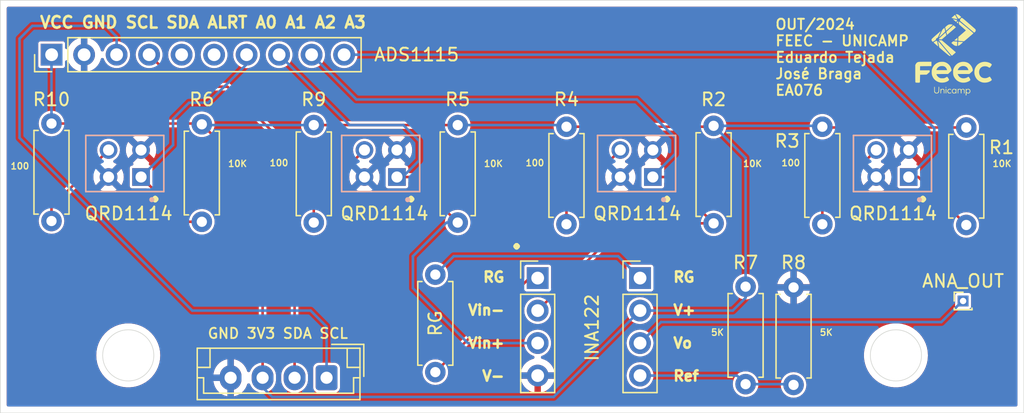
<source format=kicad_pcb>
(kicad_pcb (version 20240108) (generator "pcbnew") (generator_version "8.0")
  (layers (0 "F.Cu" signal) (31 "B.Cu" signal) (34 "B.Paste" user) (35 "F.Paste" user) (36 "B.SilkS" user "B.Silkscreen") (37 "F.SilkS" user "F.Silkscreen") (38 "B.Mask" user) (39 "F.Mask" user) (44 "Edge.Cuts" user))
  (net 0 "")
  (net 1 "+3V3")
  (net 2 "GND")
  (net 3 "/SDA")
  (net 4 "/SCL")
  (net 5 "/ANA_OUT")
  (net 6 "Net-(R4-Pad1)")
  (net 7 "Net-(R10-Pad1)")
  (net 8 "/A2")
  (net 9 "/A0")
  (net 10 "/ADDR")
  (net 11 "/ALRT")
  (net 12 "/A1")
  (net 13 "/A3")
  (net 14 "Net-(R3-Pad1)")
  (net 15 "Net-(R9-Pad1)")
  (net 16 "Net-(INA122_D1-Pin_1)")
  (net 17 "Net-(INA122_D1-Pin_4)")
  (net 18 "Net-(INA122_E1-Pin_1)")
  (footprint "Resistor_THT:R_Axial_DIN0207_L6.3mm_D2.5mm_P7.62mm_Horizontal" (layer "F.Cu") (at 160.75 55.5 -90)
    (property "Reference" "R5" (at -2 0 180) (layer "F.SilkS"))
    (property "Value" "10k" (hide yes))
    (pad "1" thru_hole circle (at 0 0 270) (size 1.6 1.6) (drill 0.8) (layers "*.Cu" "*.Mask") (net 1 "+3V3"))
    (pad "2" thru_hole oval (at 7.62 0 270) (size 1.6 1.6) (drill 0.8) (layers "*.Cu" "*.Mask") (net 12 "/A1"))
  )
  (footprint "Connector_PinHeader_1.00mm:PinHeader_1x01_P1.00mm_Vertical" (layer "F.Cu") (at 200.25 69.25)
    (property "Reference" "ANA_OUT" (at 0 -1.56 0) (layer "F.SilkS"))
    (property "Value" "~" (hide yes))
    (pad "1" thru_hole rect (at 0 0) (size 0.85 0.85) (drill 0.5) (layers "*.Cu" "*.Mask") (net 5 "/ANA_OUT"))
  )
  (footprint "Resistor_THT:R_Axial_DIN0207_L6.3mm_D2.5mm_P7.62mm_Horizontal" (layer "F.Cu") (at 140.75 55.44 -90)
    (property "Reference" "R6" (at -1.94 0 180) (layer "F.SilkS"))
    (property "Value" "10k" (hide yes))
    (pad "1" thru_hole circle (at 0 0 270) (size 1.6 1.6) (drill 0.8) (layers "*.Cu" "*.Mask") (net 1 "+3V3"))
    (pad "2" thru_hole oval (at 7.62 0 270) (size 1.6 1.6) (drill 0.8) (layers "*.Cu" "*.Mask") (net 9 "/A0"))
  )
  (footprint "Connector_PinHeader_2.54mm:PinHeader_1x04_P2.54mm_Vertical" (layer "F.Cu") (at 175 67.46)
    (property "Reference" "INA122" (at -3.75 3.87 90) (layer "F.SilkS"))
    (property "Value" "INA122_D" (hide yes))
    (pad "1" thru_hole rect (at 0 0) (size 1.7 1.7) (drill 1) (layers "*.Cu" "*.Mask") (net 16 "Net-(INA122_D1-Pin_1)"))
    (pad "2" thru_hole oval (at 0 2.54) (size 1.7 1.7) (drill 1) (layers "*.Cu" "*.Mask") (net 1 "+3V3"))
    (pad "3" thru_hole oval (at 0 5.08) (size 1.7 1.7) (drill 1) (layers "*.Cu" "*.Mask") (net 5 "/ANA_OUT"))
    (pad "4" thru_hole oval (at 0 7.62) (size 1.7 1.7) (drill 1) (layers "*.Cu" "*.Mask") (net 17 "Net-(INA122_D1-Pin_4)"))
  )
  (footprint "Resistor_THT:R_Axial_DIN0207_L6.3mm_D2.5mm_P7.62mm_Horizontal" (layer "F.Cu") (at 159 74.81 90)
    (property "Reference" "RG" (at 3.81 0 270) (layer "F.SilkS"))
    (property "Value" "R" (hide yes))
    (pad "1" thru_hole circle (at 0 0 90) (size 1.6 1.6) (drill 0.8) (layers "*.Cu" "*.Mask") (net 18 "Net-(INA122_E1-Pin_1)"))
    (pad "2" thru_hole oval (at 7.62 0 90) (size 1.6 1.6) (drill 0.8) (layers "*.Cu" "*.Mask") (net 16 "Net-(INA122_D1-Pin_1)"))
  )
  (footprint "Resistor_THT:R_Axial_DIN0207_L6.3mm_D2.5mm_P7.62mm_Horizontal" (layer "F.Cu") (at 180.75 55.56 -90)
    (property "Reference" "R2" (at -2.06 0 180) (layer "F.SilkS"))
    (property "Value" "10k" (hide yes))
    (pad "1" thru_hole circle (at 0 0 270) (size 1.6 1.6) (drill 0.8) (layers "*.Cu" "*.Mask") (net 1 "+3V3"))
    (pad "2" thru_hole oval (at 7.62 0 270) (size 1.6 1.6) (drill 0.8) (layers "*.Cu" "*.Mask") (net 8 "/A2"))
  )
  (footprint "Resistor_THT:R_Axial_DIN0207_L6.3mm_D2.5mm_P7.62mm_Horizontal" (layer "F.Cu") (at 183.25 68.13 -90)
    (property "Reference" "R7" (at -1.88 0 0) (layer "F.SilkS"))
    (property "Value" "5K" (hide yes))
    (pad "1" thru_hole circle (at 0 0 270) (size 1.6 1.6) (drill 0.8) (layers "*.Cu" "*.Mask") (net 1 "+3V3"))
    (pad "2" thru_hole oval (at 7.62 0 270) (size 1.6 1.6) (drill 0.8) (layers "*.Cu" "*.Mask") (net 17 "Net-(INA122_D1-Pin_4)"))
  )
  (footprint "Resistor_THT:R_Axial_DIN0207_L6.3mm_D2.5mm_P7.62mm_Horizontal" (layer "F.Cu") (at 187 75.81 90)
    (property "Reference" "R8" (at 9.56 0 0) (layer "F.SilkS"))
    (property "Value" "5K" (hide yes))
    (pad "1" thru_hole circle (at 0 0 90) (size 1.6 1.6) (drill 0.8) (layers "*.Cu" "*.Mask") (net 17 "Net-(INA122_D1-Pin_4)"))
    (pad "2" thru_hole oval (at 7.62 0 90) (size 1.6 1.6) (drill 0.8) (layers "*.Cu" "*.Mask") (net 2 "GND"))
  )
  (footprint "Connector_JST:JST_EH_B4B-EH-A_1x04_P2.50mm_Vertical" (layer "F.Cu") (at 150.5 75.25 180)
    (property "Reference" "CONEXÃO-I2C1" (hide yes))
    (property "Value" "CONEXÃO I2C" (hide yes))
    (pad "1" thru_hole roundrect (at 0 0 180) (size 1.7 1.95) (drill 0.95) (layers "*.Cu" "*.Mask") (roundrect_rratio 0.147059) (net 4 "/SCL"))
    (pad "2" thru_hole oval (at 2.5 0 180) (size 1.7 1.95) (drill 0.95) (layers "*.Cu" "*.Mask") (net 3 "/SDA"))
    (pad "3" thru_hole oval (at 5 0 180) (size 1.7 1.95) (drill 0.95) (layers "*.Cu" "*.Mask") (net 1 "+3V3"))
    (pad "4" thru_hole oval (at 7.5 0 180) (size 1.7 1.95) (drill 0.95) (layers "*.Cu" "*.Mask") (net 2 "GND"))
  )
  (footprint "Resistor_THT:R_Axial_DIN0207_L6.3mm_D2.5mm_P7.62mm_Horizontal" (layer "F.Cu") (at 200.5 55.69 -90)
    (property "Reference" "R1" (at 1.56 -2.75 180) (layer "F.SilkS"))
    (property "Value" "10k" (hide yes))
    (pad "1" thru_hole circle (at 0 0 270) (size 1.6 1.6) (drill 0.8) (layers "*.Cu" "*.Mask") (net 1 "+3V3"))
    (pad "2" thru_hole oval (at 7.62 0 270) (size 1.6 1.6) (drill 0.8) (layers "*.Cu" "*.Mask") (net 13 "/A3"))
  )
  (footprint "Resistor_THT:R_Axial_DIN0207_L6.3mm_D2.5mm_P7.62mm_Horizontal" (layer "F.Cu") (at 129 63 90)
    (property "Reference" "R10" (at 9.5 0 0) (layer "F.SilkS"))
    (property "Value" "100" (hide yes))
    (pad "1" thru_hole circle (at 0 0 90) (size 1.6 1.6) (drill 0.8) (layers "*.Cu" "*.Mask") (net 7 "Net-(R10-Pad1)"))
    (pad "2" thru_hole oval (at 7.62 0 90) (size 1.6 1.6) (drill 0.8) (layers "*.Cu" "*.Mask") (net 1 "+3V3"))
  )
  (footprint "Resistor_THT:R_Axial_DIN0207_L6.3mm_D2.5mm_P7.62mm_Horizontal" (layer "F.Cu") (at 169.25 63.25 90)
    (property "Reference" "R4" (at 9.75 0 0) (layer "F.SilkS"))
    (property "Value" "100" (hide yes))
    (pad "1" thru_hole circle (at 0 0 90) (size 1.6 1.6) (drill 0.8) (layers "*.Cu" "*.Mask") (net 6 "Net-(R4-Pad1)"))
    (pad "2" thru_hole oval (at 7.62 0 90) (size 1.6 1.6) (drill 0.8) (layers "*.Cu" "*.Mask") (net 1 "+3V3"))
  )
  (footprint "logo_feec:logo_novo_feec" (layer "F.Cu") (at 199.5 50)
    (property "Reference" "G***" (hide yes))
    (property "Value" "LOGO" (hide yes))
  )
  (footprint "Connector_PinHeader_2.54mm:PinHeader_1x04_P2.54mm_Vertical" (layer "F.Cu") (at 167 67.46)
    (property "Reference" "INA122_E1" (hide yes))
    (property "Value" "INA122_E" (hide yes))
    (pad "1" thru_hole rect (at 0 0) (size 1.7 1.7) (drill 1) (layers "*.Cu" "*.Mask") (net 18 "Net-(INA122_E1-Pin_1)"))
    (pad "2" thru_hole oval (at 0 2.54) (size 1.7 1.7) (drill 1) (layers "*.Cu" "*.Mask") (net 8 "/A2"))
    (pad "3" thru_hole oval (at 0 5.08) (size 1.7 1.7) (drill 1) (layers "*.Cu" "*.Mask") (net 12 "/A1"))
    (pad "4" thru_hole oval (at 0 7.62) (size 1.7 1.7) (drill 1) (layers "*.Cu" "*.Mask") (net 2 "GND"))
  )
  (footprint "Connector_PinHeader_2.54mm:PinHeader_1x10_P2.54mm_Vertical" (layer "F.Cu") (at 129.01 50 90)
    (property "Reference" "ADS1115" (at 0 28.53 180) (layer "F.SilkS"))
    (property "Value" "ADS1115" (hide yes))
    (pad "1" thru_hole rect (at 0 0 90) (size 1.7 1.7) (drill 1) (layers "*.Cu" "*.Mask") (net 1 "+3V3"))
    (pad "2" thru_hole oval (at 0 2.54 90) (size 1.7 1.7) (drill 1) (layers "*.Cu" "*.Mask") (net 2 "GND"))
    (pad "3" thru_hole oval (at 0 5.08 90) (size 1.7 1.7) (drill 1) (layers "*.Cu" "*.Mask") (net 4 "/SCL"))
    (pad "4" thru_hole oval (at 0 7.62 90) (size 1.7 1.7) (drill 1) (layers "*.Cu" "*.Mask") (net 3 "/SDA"))
    (pad "5" thru_hole oval (at 0 10.16 90) (size 1.7 1.7) (drill 1) (layers "*.Cu" "*.Mask") (net 10 "/ADDR"))
    (pad "6" thru_hole oval (at 0 12.7 90) (size 1.7 1.7) (drill 1) (layers "*.Cu" "*.Mask") (net 11 "/ALRT"))
    (pad "7" thru_hole oval (at 0 15.24 90) (size 1.7 1.7) (drill 1) (layers "*.Cu" "*.Mask") (net 9 "/A0"))
    (pad "8" thru_hole oval (at 0 17.78 90) (size 1.7 1.7) (drill 1) (layers "*.Cu" "*.Mask") (net 12 "/A1"))
    (pad "9" thru_hole oval (at 0 20.32 90) (size 1.7 1.7) (drill 1) (layers "*.Cu" "*.Mask") (net 8 "/A2"))
    (pad "10" thru_hole oval (at 0 22.86 90) (size 1.7 1.7) (drill 1) (layers "*.Cu" "*.Mask") (net 13 "/A3"))
  )
  (footprint "Resistor_THT:R_Axial_DIN0207_L6.3mm_D2.5mm_P7.62mm_Horizontal" (layer "F.Cu") (at 149.5 63.12 90)
    (property "Reference" "R9" (at 9.62 0 360) (layer "F.SilkS"))
    (property "Value" "100" (hide yes))
    (pad "1" thru_hole circle (at 0 0 90) (size 1.6 1.6) (drill 0.8) (layers "*.Cu" "*.Mask") (net 15 "Net-(R9-Pad1)"))
    (pad "2" thru_hole oval (at 7.62 0 90) (size 1.6 1.6) (drill 0.8) (layers "*.Cu" "*.Mask") (net 1 "+3V3"))
  )
  (footprint "Resistor_THT:R_Axial_DIN0207_L6.3mm_D2.5mm_P7.62mm_Horizontal" (layer "F.Cu") (at 189.25 63.25 90)
    (property "Reference" "R3" (at 6.5 -2.75 180) (layer "F.SilkS"))
    (property "Value" "100" (hide yes))
    (pad "1" thru_hole circle (at 0 0 90) (size 1.6 1.6) (drill 0.8) (layers "*.Cu" "*.Mask") (net 14 "Net-(R3-Pad1)"))
    (pad "2" thru_hole oval (at 7.62 0 90) (size 1.6 1.6) (drill 0.8) (layers "*.Cu" "*.Mask") (net 1 "+3V3"))
  )
  (footprint "QRD2:ONS_QRD1114" (layer "B.Cu") (at 194.83 58.605 90)
    (property "Reference" "U1" (hide yes))
    (property "Value" "QRD1114" (hide yes))
    (pad "1" thru_hole rect (at -0.955 1.17 90) (size 1.378 1.378) (drill 0.87) (layers "*.Cu" "*.Mask") (net 13 "/A3"))
    (pad "2" thru_hole circle (at -0.955 -1.37 90) (size 1.378 1.378) (drill 0.87) (layers "*.Cu" "*.Mask") (net 2 "GND"))
    (pad "3" thru_hole circle (at 1.155 -1.37 90) (size 1.378 1.378) (drill 0.87) (layers "*.Cu" "*.Mask") (net 14 "Net-(R3-Pad1)"))
    (pad "4" thru_hole circle (at 1.155 1.17 90) (size 1.378 1.378) (drill 0.87) (layers "*.Cu" "*.Mask") (net 2 "GND"))
  )
  (footprint "QRD2:ONS_QRD1114" (layer "B.Cu") (at 174.83 58.605 90)
    (property "Reference" "U2" (hide yes))
    (property "Value" "QRD1114" (hide yes))
    (pad "1" thru_hole rect (at -0.955 1.17 90) (size 1.378 1.378) (drill 0.87) (layers "*.Cu" "*.Mask") (net 8 "/A2"))
    (pad "2" thru_hole circle (at -0.955 -1.37 90) (size 1.378 1.378) (drill 0.87) (layers "*.Cu" "*.Mask") (net 2 "GND"))
    (pad "3" thru_hole circle (at 1.155 -1.37 90) (size 1.378 1.378) (drill 0.87) (layers "*.Cu" "*.Mask") (net 6 "Net-(R4-Pad1)"))
    (pad "4" thru_hole circle (at 1.155 1.17 90) (size 1.378 1.378) (drill 0.87) (layers "*.Cu" "*.Mask") (net 2 "GND"))
  )
  (footprint "QRD2:ONS_QRD1114" (layer "B.Cu") (at 134.83 58.605 90)
    (property "Reference" "U4" (hide yes))
    (property "Value" "QRD1114" (hide yes))
    (pad "1" thru_hole rect (at -0.955 1.17 90) (size 1.378 1.378) (drill 0.87) (layers "*.Cu" "*.Mask") (net 9 "/A0"))
    (pad "2" thru_hole circle (at -0.955 -1.37 90) (size 1.378 1.378) (drill 0.87) (layers "*.Cu" "*.Mask") (net 2 "GND"))
    (pad "3" thru_hole circle (at 1.155 -1.37 90) (size 1.378 1.378) (drill 0.87) (layers "*.Cu" "*.Mask") (net 7 "Net-(R10-Pad1)"))
    (pad "4" thru_hole circle (at 1.155 1.17 90) (size 1.378 1.378) (drill 0.87) (layers "*.Cu" "*.Mask") (net 2 "GND"))
  )
  (footprint "QRD2:ONS_QRD1114" (layer "B.Cu") (at 154.83 58.605 90)
    (property "Reference" "U3" (hide yes))
    (property "Value" "QRD1114" (hide yes))
    (pad "1" thru_hole rect (at -0.955 1.17 90) (size 1.378 1.378) (drill 0.87) (layers "*.Cu" "*.Mask") (net 12 "/A1"))
    (pad "2" thru_hole circle (at -0.955 -1.37 90) (size 1.378 1.378) (drill 0.87) (layers "*.Cu" "*.Mask") (net 2 "GND"))
    (pad "3" thru_hole circle (at 1.155 -1.37 90) (size 1.378 1.378) (drill 0.87) (layers "*.Cu" "*.Mask") (net 15 "Net-(R9-Pad1)"))
    (pad "4" thru_hole circle (at 1.155 1.17 90) (size 1.378 1.378) (drill 0.87) (layers "*.Cu" "*.Mask") (net 2 "GND"))
  )
  (gr_circle (center 195 73.5) (end 197 73.5) (stroke (width 0.05)) (fill none) (layer "Edge.Cuts"))
  (gr_circle (center 135 73.5) (end 137 73.5) (stroke (width 0.05)) (fill none) (layer "Edge.Cuts"))
  (gr_rect (start 125 45.75) (end 205 78) (stroke (width 0.05)) (fill none) (layer "Edge.Cuts"))
  (gr_text "5K" (at 189 72 0) (layer "F.SilkS") (effects (font (size 0.5 0.5) (thickness 0.1)) (justify left bottom)))
  (gr_text "100" (at 186 58.75 0) (layer "F.SilkS") (effects (font (size 0.5 0.5) (thickness 0.1)) (justify left bottom)))
  (gr_text "." (at 156.5 61.56 0) (layer "F.SilkS") (effects (font (size 1.5 1.5) (thickness 0.375) (bold yes)) (justify left bottom)))
  (gr_text "100" (at 146 58.75 0) (layer "F.SilkS") (effects (font (size 0.5 0.5) (thickness 0.1)) (justify left bottom)))
  (gr_text "10K" (at 142.75 58.81 0) (layer "F.SilkS") (effects (font (size 0.5 0.5) (thickness 0.1)) (justify left bottom)))
  (gr_text "10K" (at 183 58.81 0) (layer "F.SilkS") (effects (font (size 0.5 0.5) (thickness 0.1)) (justify left bottom)))
  (gr_text "QRD1114" (at 151.5 63 0) (layer "F.SilkS") (effects (font (size 1 1)) (justify left bottom)))
  (gr_text "OUT/2024\nFEEC - UNICAMP\nEduardo Tejada\nJosé Braga\nEA076" (at 185.5 53.25 0) (layer "F.SilkS") (effects (font (size 0.8 0.8)) (justify left bottom)))
  (gr_text "RG\n\nV+\n\nVo\n\nRef" (at 177.5 75.58 0) (layer "F.SilkS") (effects (font (size 0.8 0.8) (thickness 0.2) (bold yes)) (justify left bottom)))
  (gr_text "QRD1114" (at 171.25 63 0) (layer "F.SilkS") (effects (font (size 1 1)) (justify left bottom)))
  (gr_text "100" (at 166 58.75 0) (layer "F.SilkS") (effects (font (size 0.5 0.5) (thickness 0.1)) (justify left bottom)))
  (gr_text "VCC GND SCL SDA ALRT A0 A1 A2 A3" (at 128 48 0) (layer "F.SilkS") (effects (font (size 0.9 0.9) (thickness 0.2) (bold yes)) (justify left bottom)))
  (gr_text "5K" (at 180.5 72 0) (layer "F.SilkS") (effects (font (size 0.5 0.5) (thickness 0.1)) (justify left bottom)))
  (gr_text "." (at 164.75 65.25 0) (layer "F.SilkS") (effects (font (size 1.5 1.5) (thickness 0.375) (bold yes)) (justify left bottom)))
  (gr_text "." (at 136.5 61.56 0) (layer "F.SilkS") (effects (font (size 1.5 1.5) (thickness 0.375) (bold yes)) (justify left bottom)))
  (gr_text "." (at 196.5 61.56 0) (layer "F.SilkS") (effects (font (size 1.5 1.5) (thickness 0.375) (bold yes)) (justify left bottom)))
  (gr_text "10K" (at 162.75 58.81 0) (layer "F.SilkS") (effects (font (size 0.5 0.5) (thickness 0.1)) (justify left bottom)))
  (gr_text "RG\n\nVin-\n\nVin+\n\nV-" (at 164.5 75.58 0) (layer "F.SilkS") (effects (font (size 0.8 0.8) (thickness 0.2) (bold yes)) (justify right bottom)))
  (gr_text "QRD1114" (at 131.5 63 0) (layer "F.SilkS") (effects (font (size 1 1)) (justify left bottom)))
  (gr_text "100" (at 125.75 59 0) (layer "F.SilkS") (effects (font (size 0.5 0.5) (thickness 0.1)) (justify left bottom)))
  (gr_text "10K" (at 202.5 58.81 0) (layer "F.SilkS") (effects (font (size 0.5 0.5) (thickness 0.1)) (justify left bottom)))
  (gr_text "QRD1114" (at 191.25 63 0) (layer "F.SilkS") (effects (font (size 1 1)) (justify left bottom)))
  (gr_text "." (at 176.5 61.56 0) (layer "F.SilkS") (effects (font (size 1.5 1.5) (thickness 0.375) (bold yes)) (justify left bottom)))
  (gr_text "GND 3V3 SDA SCL" (at 152.25 72.25 0) (layer "F.SilkS") (effects (font (size 0.8 0.8) (thickness 0.14) (bold yes)) (justify right bottom)))
  (segment (start 149.5 55.5) (end 160.75 55.5) (width 0.2) (layer "F.Cu") (net 1))
  (segment (start 180.68 55.63) (end 180.75 55.56) (width 0.2) (layer "F.Cu") (net 1))
  (segment (start 129 55.38) (end 140.69 55.38) (width 0.2) (layer "F.Cu") (net 1))
  (segment (start 145.5 60.19) (end 140.75 55.44) (width 0.2) (layer "F.Cu") (net 1))
  (segment (start 200.5 55.69) (end 189.31 55.69) (width 0.2) (layer "F.Cu") (net 1))
  (segment (start 169.25 55.63) (end 180.68 55.63) (width 0.2) (layer "F.Cu") (net 1))
  (segment (start 145.5 60.19) (end 145.5 75.25) (width 0.2) (layer "F.Cu") (net 1))
  (segment (start 140.69 55.38) (end 140.75 55.44) (width 0.2) (layer "F.Cu") (net 1))
  (segment (start 175 70) (end 168.25 76.75) (width 0.2) (layer "B.Cu") (net 1))
  (segment (start 180.75 55.56) (end 189.18 55.56) (width 0.2) (layer "B.Cu") (net 1))
  (segment (start 129 55.38) (end 129 50.01) (width 0.2) (layer "B.Cu") (net 1))
  (segment (start 140.69 55.38) (end 140.75 55.44) (width 0.2) (layer "B.Cu") (net 1))
  (segment (start 149.5 55.5) (end 140.81 55.5) (width 0.2) (layer "B.Cu") (net 1))
  (segment (start 189.31 55.69) (end 189.25 55.63) (width 0.2) (layer "B.Cu") (net 1))
  (segment (start 145.5 76) (end 145.5 75.25) (width 0.2) (layer "B.Cu") (net 1))
  (segment (start 168.25 76.75) (end 146.25 76.75) (width 0.2) (layer "B.Cu") (net 1))
  (segment (start 160.75 55.5) (end 169.12 55.5) (width 0.2) (layer "B.Cu") (net 1))
  (segment (start 183.25 68.13) (end 183.25 58.06) (width 0.2) (layer "B.Cu") (net 1))
  (segment (start 175 70) (end 182.25 70) (width 0.2) (layer "B.Cu") (net 1))
  (segment (start 169.12 55.5) (end 169.25 55.63) (width 0.2) (layer "B.Cu") (net 1))
  (segment (start 140.81 55.5) (end 140.75 55.44) (width 0.2) (layer "B.Cu") (net 1))
  (segment (start 182.25 70) (end 183.25 69) (width 0.2) (layer "B.Cu") (net 1))
  (segment (start 189.18 55.56) (end 189.25 55.63) (width 0.2) (layer "B.Cu") (net 1))
  (segment (start 183.25 69) (end 183.25 68.13) (width 0.2) (layer "B.Cu") (net 1))
  (segment (start 129 50.01) (end 129.01 50) (width 0.2) (layer "B.Cu") (net 1))
  (segment (start 183.25 58.06) (end 180.75 55.56) (width 0.2) (layer "B.Cu") (net 1))
  (segment (start 146.25 76.75) (end 145.5 76) (width 0.2) (layer "B.Cu") (net 1))
  (segment (start 148 68.75) (end 147.25 68) (width 0.2) (layer "F.Cu") (net 3))
  (segment (start 147.25 68) (end 147.25 57) (width 0.2) (layer "F.Cu") (net 3))
  (segment (start 148 75.25) (end 148 68.75) (width 0.2) (layer "F.Cu") (net 3))
  (segment (start 147.25 57) (end 142.75 52.5) (width 0.2) (layer "F.Cu") (net 3))
  (segment (start 142.75 52.5) (end 139.13 52.5) (width 0.2) (layer "F.Cu") (net 3))
  (segment (start 139.13 52.5) (end 136.63 50) (width 0.2) (layer "F.Cu") (net 3))
  (segment (start 126.5 48.75) (end 126.5 56.5) (width 0.2) (layer "B.Cu") (net 4))
  (segment (start 126.5 56.5) (end 140 70) (width 0.2) (layer "B.Cu") (net 4))
  (segment (start 140 70) (end 149.25 70) (width 0.2) (layer "B.Cu") (net 4))
  (segment (start 134.09 50) (end 134.09 48.59) (width 0.2) (layer "B.Cu") (net 4))
  (segment (start 149.25 70) (end 150.5 71.25) (width 0.2) (layer "B.Cu") (net 4))
  (segment (start 133.25 47.75) (end 127.5 47.75) (width 0.2) (layer "B.Cu") (net 4))
  (segment (start 127.5 47.75) (end 126.5 48.75) (width 0.2) (layer "B.Cu") (net 4))
  (segment (start 150.5 71.25) (end 150.5 75.25) (width 0.2) (layer "B.Cu") (net 4))
  (segment (start 134.09 48.59) (end 133.25 47.75) (width 0.2) (layer "B.Cu") (net 4))
  (segment (start 176.642452 70.897548) (end 175 72.54) (width 0.2) (layer "B.Cu") (net 5))
  (segment (start 200.25 69.25) (end 200.198774 69.25) (width 0.2) (layer "B.Cu") (net 5))
  (segment (start 200.198774 69.25) (end 198.551226 70.897548) (width 0.2) (layer "B.Cu") (net 5))
  (segment (start 198.551226 70.897548) (end 176.642452 70.897548) (width 0.2) (layer "B.Cu") (net 5))
  (segment (start 169.25 63.25) (end 169.25 61.66) (width 0.2) (layer "F.Cu") (net 6))
  (segment (start 169.25 61.66) (end 173.46 57.45) (width 0.2) (layer "F.Cu") (net 6))
  (segment (start 129 63) (end 129 61.91) (width 0.2) (layer "F.Cu") (net 7))
  (segment (start 129 61.91) (end 133.46 57.45) (width 0.2) (layer "F.Cu") (net 7))
  (segment (start 167 70) (end 173.82 63.18) (width 0.2) (layer "F.Cu") (net 8))
  (segment (start 173.82 63.18) (end 180.75 63.18) (width 0.2) (layer "F.Cu") (net 8))
  (segment (start 177.13 59.56) (end 180.75 63.18) (width 0.2) (layer "F.Cu") (net 8))
  (segment (start 176 59.56) (end 177.13 59.56) (width 0.2) (layer "F.Cu") (net 8))
  (segment (start 152.83 53.5) (end 149.33 50) (width 0.2) (layer "B.Cu") (net 8))
  (segment (start 176 59.5) (end 177.75 57.75) (width 0.2) (layer "B.Cu") (net 8))
  (segment (start 176 59.56) (end 176 59.5) (width 0.2) (layer "B.Cu") (net 8))
  (segment (start 177.75 56.5) (end 174.75 53.5) (width 0.2) (layer "B.Cu") (net 8))
  (segment (start 174.75 53.5) (end 152.83 53.5) (width 0.2) (layer "B.Cu") (net 8))
  (segment (start 177.75 57.75) (end 177.75 56.5) (width 0.2) (layer "B.Cu") (net 8))
  (segment (start 140.75 63.06) (end 139.5 63.06) (width 0.2) (layer "F.Cu") (net 9))
  (segment (start 139.5 63.06) (end 136 59.56) (width 0.2) (layer "F.Cu") (net 9))
  (segment (start 141.25 53.75) (end 144.25 50.75) (width 0.2) (layer "B.Cu") (net 9))
  (segment (start 139.75 53.75) (end 141.25 53.75) (width 0.2) (layer "B.Cu") (net 9))
  (segment (start 144.25 50.75) (end 144.25 50) (width 0.2) (layer "B.Cu") (net 9))
  (segment (start 136 59.56) (end 138.5 57.06) (width 0.2) (layer "B.Cu") (net 9))
  (segment (start 138.5 55) (end 139.75 53.75) (width 0.2) (layer "B.Cu") (net 9))
  (segment (start 138.5 57.06) (end 138.5 55) (width 0.2) (layer "B.Cu") (net 9))
  (segment (start 156 59.56) (end 157.19 59.56) (width 0.2) (layer "F.Cu") (net 12))
  (segment (start 157.19 59.56) (end 160.75 63.12) (width 0.2) (layer "F.Cu") (net 12))
  (segment (start 157.75 58.25) (end 157.75 56.75) (width 0.2) (layer "B.Cu") (net 12))
  (segment (start 161.54 72.54) (end 157.25 68.25) (width 0.2) (layer "B.Cu") (net 12))
  (segment (start 157.75 56.75) (end 156.5 55.5) (width 0.2) (layer "B.Cu") (net 12))
  (segment (start 156.44 59.56) (end 157.75 58.25) (width 0.2) (layer "B.Cu") (net 12))
  (segment (start 156 59.56) (end 156.44 59.56) (width 0.2) (layer "B.Cu") (net 12))
  (segment (start 157.25 68.25) (end 157.25 65.75) (width 0.2) (layer "B.Cu") (net 12))
  (segment (start 167 72.54) (end 161.54 72.54) (width 0.2) (layer "B.Cu") (net 12))
  (segment (start 146.79 50) (end 152.29 55.5) (width 0.2) (layer "B.Cu") (net 12))
  (segment (start 157.25 65.75) (end 159.88 63.12) (width 0.2) (layer "B.Cu") (net 12))
  (segment (start 152.29 55.5) (end 156.5 55.5) (width 0.2) (layer "B.Cu") (net 12))
  (segment (start 159.88 63.12) (end 160.75 63.12) (width 0.2) (layer "B.Cu") (net 12))
  (segment (start 196 59.56) (end 196.75 59.56) (width 0.2) (layer "F.Cu") (net 13))
  (segment (start 196.75 59.56) (end 200.5 63.31) (width 0.2) (layer "F.Cu") (net 13))
  (segment (start 198 55.75) (end 198 57.56) (width 0.2) (layer "B.Cu") (net 13))
  (segment (start 151.87 50) (end 192.25 50) (width 0.2) (layer "B.Cu") (net 13))
  (segment (start 192.25 50) (end 198 55.75) (width 0.2) (layer "B.Cu") (net 13))
  (segment (start 198 57.56) (end 196 59.56) (width 0.2) (layer "B.Cu") (net 13))
  (segment (start 189.25 61.66) (end 189.25 63.25) (width 0.2) (layer "F.Cu") (net 14))
  (segment (start 193.46 57.45) (end 189.25 61.66) (width 0.2) (layer "F.Cu") (net 14))
  (segment (start 149.5 63.12) (end 149.5 61.41) (width 0.2) (layer "F.Cu") (net 15))
  (segment (start 149.5 61.41) (end 153.46 57.45) (width 0.2) (layer "F.Cu") (net 15))
  (segment (start 159 67.19) (end 160.44 65.75) (width 0.2) (layer "B.Cu") (net 16))
  (segment (start 159 67.19) (end 159 67.25) (width 0.2) (layer "B.Cu") (net 16))
  (segment (start 173.29 65.75) (end 175 67.46) (width 0.2) (layer "B.Cu") (net 16))
  (segment (start 160.44 65.75) (end 173.29 65.75) (width 0.2) (layer "B.Cu") (net 16))
  (segment (start 175 75.08) (end 182.58 75.08) (width 0.2) (layer "B.Cu") (net 17))
  (segment (start 186.94 75.75) (end 187 75.81) (width 0.2) (layer "B.Cu") (net 17))
  (segment (start 183.25 75.75) (end 186.94 75.75) (width 0.2) (layer "B.Cu") (net 17))
  (segment (start 182.58 75.08) (end 183.25 75.75) (width 0.2) (layer "B.Cu") (net 17))
  (segment (start 167 67.46) (end 166.35 67.46) (width 0.2) (layer "F.Cu") (net 18))
  (segment (start 166.35 67.46) (end 159 74.81) (width 0.2) (layer "F.Cu") (net 18))
  (zone (net 2) (net_name "GND") (layers "F&B.Cu") (connect_pads (clearance 0)) (min_thickness 0.25) (fill yes (thermal_gap 0.5) (thermal_bridge_width 0.5))
    (polygon (pts (xy 125 45.75) (xy 205 45.75) (xy 205 78) (xy 125 78)))
  )
)
</source>
